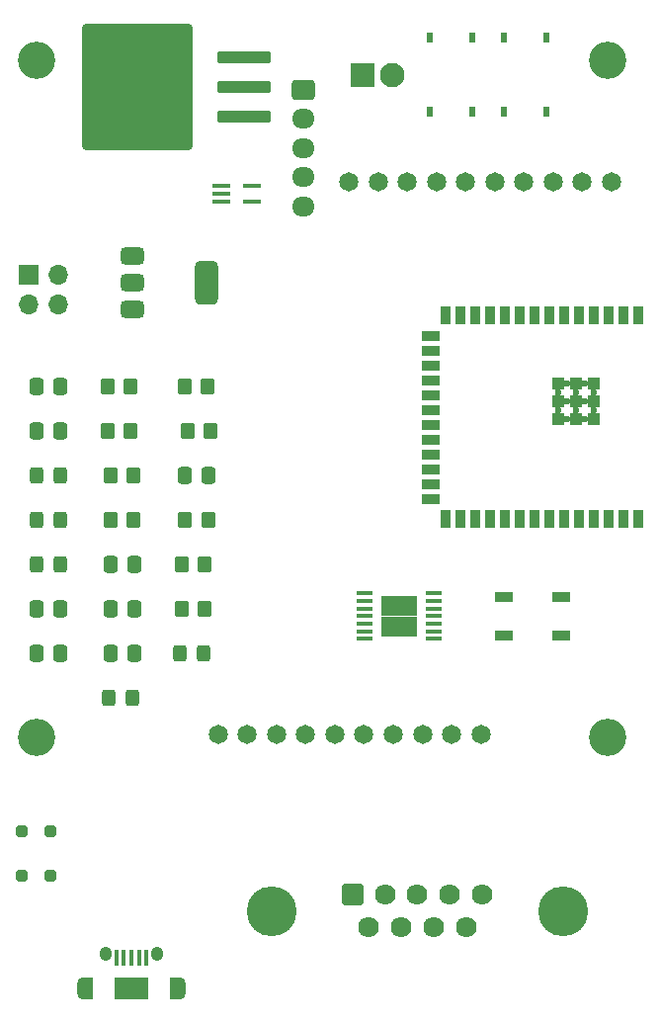
<source format=gts>
%TF.GenerationSoftware,KiCad,Pcbnew,8.0.5*%
%TF.CreationDate,2024-11-16T16:01:41-06:00*%
%TF.ProjectId,ControllerPCB,436f6e74-726f-46c6-9c65-725043422e6b,rev?*%
%TF.SameCoordinates,Original*%
%TF.FileFunction,Soldermask,Top*%
%TF.FilePolarity,Negative*%
%FSLAX46Y46*%
G04 Gerber Fmt 4.6, Leading zero omitted, Abs format (unit mm)*
G04 Created by KiCad (PCBNEW 8.0.5) date 2024-11-16 16:01:41*
%MOMM*%
%LPD*%
G01*
G04 APERTURE LIST*
G04 Aperture macros list*
%AMRoundRect*
0 Rectangle with rounded corners*
0 $1 Rounding radius*
0 $2 $3 $4 $5 $6 $7 $8 $9 X,Y pos of 4 corners*
0 Add a 4 corners polygon primitive as box body*
4,1,4,$2,$3,$4,$5,$6,$7,$8,$9,$2,$3,0*
0 Add four circle primitives for the rounded corners*
1,1,$1+$1,$2,$3*
1,1,$1+$1,$4,$5*
1,1,$1+$1,$6,$7*
1,1,$1+$1,$8,$9*
0 Add four rect primitives between the rounded corners*
20,1,$1+$1,$2,$3,$4,$5,0*
20,1,$1+$1,$4,$5,$6,$7,0*
20,1,$1+$1,$6,$7,$8,$9,0*
20,1,$1+$1,$8,$9,$2,$3,0*%
G04 Aperture macros list end*
%ADD10R,1.500000X0.900000*%
%ADD11R,0.400000X1.350000*%
%ADD12O,1.000000X1.900000*%
%ADD13R,0.875000X1.900000*%
%ADD14O,1.050000X1.250000*%
%ADD15R,2.900000X1.900000*%
%ADD16R,0.558800X0.952500*%
%ADD17RoundRect,0.250000X0.350000X0.450000X-0.350000X0.450000X-0.350000X-0.450000X0.350000X-0.450000X0*%
%ADD18RoundRect,0.250000X-0.350000X-0.450000X0.350000X-0.450000X0.350000X0.450000X-0.350000X0.450000X0*%
%ADD19RoundRect,0.250000X2.050000X0.300000X-2.050000X0.300000X-2.050000X-0.300000X2.050000X-0.300000X0*%
%ADD20RoundRect,0.250002X4.449998X5.149998X-4.449998X5.149998X-4.449998X-5.149998X4.449998X-5.149998X0*%
%ADD21R,1.700000X1.700000*%
%ADD22O,1.700000X1.700000*%
%ADD23C,1.651000*%
%ADD24RoundRect,0.250000X-0.325000X-0.450000X0.325000X-0.450000X0.325000X0.450000X-0.325000X0.450000X0*%
%ADD25C,3.200000*%
%ADD26R,0.900000X1.500000*%
%ADD27R,1.000000X1.000000*%
%ADD28C,0.600000*%
%ADD29C,4.270000*%
%ADD30C,1.779000*%
%ADD31RoundRect,0.102000X0.787500X0.787500X-0.787500X0.787500X-0.787500X-0.787500X0.787500X-0.787500X0*%
%ADD32RoundRect,0.250000X-0.337500X-0.475000X0.337500X-0.475000X0.337500X0.475000X-0.337500X0.475000X0*%
%ADD33RoundRect,0.250000X-0.725000X0.600000X-0.725000X-0.600000X0.725000X-0.600000X0.725000X0.600000X0*%
%ADD34O,1.950000X1.700000*%
%ADD35RoundRect,0.375000X-0.625000X-0.375000X0.625000X-0.375000X0.625000X0.375000X-0.625000X0.375000X0*%
%ADD36RoundRect,0.500000X-0.500000X-1.400000X0.500000X-1.400000X0.500000X1.400000X-0.500000X1.400000X0*%
%ADD37R,2.100000X2.100000*%
%ADD38C,2.100000*%
%ADD39RoundRect,0.250000X-0.250000X-0.250000X0.250000X-0.250000X0.250000X0.250000X-0.250000X0.250000X0*%
%ADD40R,1.500000X1.800000*%
%ADD41R,1.450000X0.450000*%
%ADD42RoundRect,0.250000X0.250000X0.250000X-0.250000X0.250000X-0.250000X-0.250000X0.250000X-0.250000X0*%
%ADD43RoundRect,0.250000X0.337500X0.475000X-0.337500X0.475000X-0.337500X-0.475000X0.337500X-0.475000X0*%
%ADD44RoundRect,0.100000X-0.650000X-0.100000X0.650000X-0.100000X0.650000X0.100000X-0.650000X0.100000X0*%
G04 APERTURE END LIST*
D10*
X72336239Y-96291037D03*
X72336239Y-99591037D03*
X77236239Y-99591037D03*
X77236239Y-96291037D03*
D11*
X41701643Y-127167442D03*
X41051643Y-127167442D03*
X40401643Y-127167442D03*
X39751643Y-127167442D03*
X39101643Y-127167442D03*
D12*
X36226643Y-129842442D03*
D13*
X36664143Y-129842442D03*
D14*
X38176643Y-126842442D03*
D15*
X40401643Y-129842442D03*
D14*
X42626643Y-126842442D03*
D13*
X44139143Y-129842442D03*
D12*
X44576643Y-129842442D03*
D16*
X76005439Y-48404687D03*
X76005439Y-54767387D03*
X72297039Y-48404687D03*
X72297039Y-54767387D03*
D17*
X46708739Y-97306037D03*
X44708739Y-97306037D03*
X40358739Y-82066037D03*
X38358739Y-82066037D03*
D16*
X69655439Y-48404687D03*
X69655439Y-54767387D03*
X65947039Y-48404687D03*
X65947039Y-54767387D03*
D18*
X44978739Y-89686037D03*
X46978739Y-89686037D03*
D19*
X50051239Y-50081037D03*
D20*
X40901239Y-52621037D03*
D19*
X50051239Y-52621037D03*
X50051239Y-55161037D03*
D21*
X31626239Y-68711037D03*
D22*
X31626239Y-71251037D03*
X34166239Y-68711037D03*
X34166239Y-71251037D03*
D23*
X81531239Y-60773237D03*
X79031239Y-60773237D03*
X76531239Y-60773237D03*
X74031239Y-60773237D03*
X71531239Y-60773237D03*
X69031239Y-60773237D03*
X66531239Y-60773237D03*
X64031239Y-60773237D03*
X61531239Y-60773237D03*
X59031239Y-60773237D03*
D24*
X32241239Y-93496037D03*
X34291239Y-93496037D03*
D23*
X70341239Y-108101037D03*
X67841239Y-108101037D03*
X65341239Y-108101037D03*
X62841239Y-108101037D03*
X60341239Y-108101037D03*
X57841239Y-108101037D03*
X55341239Y-108101037D03*
X52841239Y-108101037D03*
X50341239Y-108101037D03*
X47841239Y-108101037D03*
D25*
X32241239Y-50316037D03*
D26*
X83845239Y-72147637D03*
X82575239Y-72147637D03*
X81305239Y-72147637D03*
X80035239Y-72147637D03*
X78765239Y-72147637D03*
X77495239Y-72147637D03*
X76225239Y-72147637D03*
X74955239Y-72147637D03*
X73685239Y-72147637D03*
X72415239Y-72147637D03*
X71145239Y-72147637D03*
X69875239Y-72147637D03*
X68605239Y-72147637D03*
X67335239Y-72147637D03*
D10*
X66085239Y-73912637D03*
X66085239Y-75182637D03*
X66085239Y-76452637D03*
X66085239Y-77722637D03*
X66085239Y-78992637D03*
X66085239Y-80262637D03*
X66085239Y-81532637D03*
X66085239Y-82802637D03*
X66085239Y-84072637D03*
X66085239Y-85342637D03*
X66085239Y-86612637D03*
X66085239Y-87882637D03*
D26*
X67335239Y-89647637D03*
X68605239Y-89647637D03*
X69875239Y-89647637D03*
X71145239Y-89647637D03*
X72415239Y-89647637D03*
X73685239Y-89647637D03*
X74955239Y-89647637D03*
X76225239Y-89647637D03*
X77495239Y-89647637D03*
X78765239Y-89647637D03*
X80035239Y-89647637D03*
X81305239Y-89647637D03*
X82575239Y-89647637D03*
X83845239Y-89647637D03*
D27*
X79995239Y-78037637D03*
D28*
X79245239Y-78037637D03*
D27*
X78495239Y-78037637D03*
D28*
X77745239Y-78037637D03*
D27*
X76995239Y-78037637D03*
D28*
X79995239Y-78787637D03*
X78495239Y-78787637D03*
X76995239Y-78787637D03*
D27*
X79995239Y-79537637D03*
D28*
X79245239Y-79537637D03*
D27*
X78495239Y-79537637D03*
D28*
X77745239Y-79537637D03*
D27*
X76995239Y-79537637D03*
D28*
X79995239Y-80287637D03*
X78495239Y-80287637D03*
X76995239Y-80287637D03*
D27*
X79995239Y-81037637D03*
D28*
X79245239Y-81037637D03*
D27*
X78495239Y-81037637D03*
D28*
X77745239Y-81037637D03*
D27*
X76995239Y-81037637D03*
D29*
X52421239Y-123191037D03*
X77411239Y-123191037D03*
D30*
X69071239Y-124611037D03*
X66301239Y-124611037D03*
X63531239Y-124611037D03*
X60761239Y-124611037D03*
X70456239Y-121771037D03*
X67686239Y-121771037D03*
X64916239Y-121771037D03*
X62146239Y-121771037D03*
D31*
X59376239Y-121771037D03*
D32*
X44941239Y-85876037D03*
X47016239Y-85876037D03*
X38591239Y-101116037D03*
X40666239Y-101116037D03*
D25*
X81241239Y-108316037D03*
D33*
X55101239Y-52856037D03*
D34*
X55101239Y-55356037D03*
X55101239Y-57856037D03*
X55101239Y-60356037D03*
X55101239Y-62856037D03*
D35*
X40521239Y-67066037D03*
X40521239Y-69366037D03*
D36*
X46821239Y-69366037D03*
D35*
X40521239Y-71666037D03*
D18*
X44708739Y-93496037D03*
X46708739Y-93496037D03*
D37*
X60181239Y-51586037D03*
D38*
X62721239Y-51586037D03*
D18*
X44957239Y-78256037D03*
X46957239Y-78256037D03*
D39*
X30991239Y-120166037D03*
X33491239Y-120166037D03*
D40*
X62606239Y-97041037D03*
X62606239Y-98841037D03*
X64106239Y-97041037D03*
X64106239Y-98841037D03*
D41*
X60406239Y-99891037D03*
X60406239Y-99241037D03*
X60406239Y-98591037D03*
X60406239Y-97941037D03*
X60406239Y-97291037D03*
X60406239Y-96641037D03*
X60406239Y-95991037D03*
X66306239Y-95991037D03*
X66306239Y-96641037D03*
X66306239Y-97291037D03*
X66306239Y-97941037D03*
X66306239Y-98591037D03*
X66306239Y-99241037D03*
X66306239Y-99891037D03*
D42*
X30991239Y-116356037D03*
X33491239Y-116356037D03*
D18*
X38358739Y-78256037D03*
X40358739Y-78256037D03*
D25*
X81241239Y-50316037D03*
D17*
X47211239Y-82066037D03*
X45211239Y-82066037D03*
D25*
X32241239Y-108316037D03*
D24*
X32241239Y-85876037D03*
X34291239Y-85876037D03*
D43*
X34316239Y-97306037D03*
X32241239Y-97306037D03*
D24*
X32241239Y-89686037D03*
X34291239Y-89686037D03*
D43*
X40666239Y-93496037D03*
X38591239Y-93496037D03*
X34316239Y-78256037D03*
X32241239Y-78256037D03*
D44*
X50776239Y-61111037D03*
X50776239Y-62411037D03*
X48116239Y-62411037D03*
X48116239Y-61761037D03*
X48116239Y-61111037D03*
D17*
X40591239Y-89686037D03*
X38591239Y-89686037D03*
X40591239Y-85876037D03*
X38591239Y-85876037D03*
D43*
X40666239Y-97306037D03*
X38591239Y-97306037D03*
X34316239Y-82066037D03*
X32241239Y-82066037D03*
X34316239Y-101116037D03*
X32241239Y-101116037D03*
D24*
X40496239Y-104926037D03*
X38446239Y-104926037D03*
X46601239Y-101116037D03*
X44551239Y-101116037D03*
M02*

</source>
